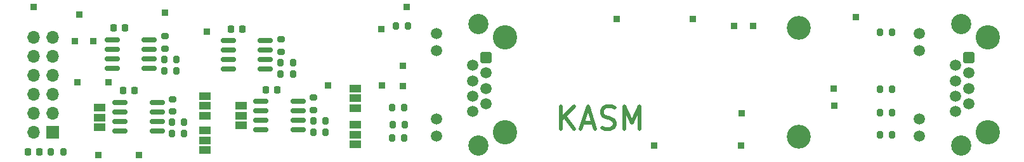
<source format=gbr>
%TF.GenerationSoftware,KiCad,Pcbnew,8.0.1*%
%TF.CreationDate,2024-07-22T07:52:40-07:00*%
%TF.ProjectId,PMOD_differential_driver,504d4f44-5f64-4696-9666-6572656e7469,1*%
%TF.SameCoordinates,Original*%
%TF.FileFunction,Soldermask,Top*%
%TF.FilePolarity,Negative*%
%FSLAX46Y46*%
G04 Gerber Fmt 4.6, Leading zero omitted, Abs format (unit mm)*
G04 Created by KiCad (PCBNEW 8.0.1) date 2024-07-22 07:52:40*
%MOMM*%
%LPD*%
G01*
G04 APERTURE LIST*
G04 Aperture macros list*
%AMRoundRect*
0 Rectangle with rounded corners*
0 $1 Rounding radius*
0 $2 $3 $4 $5 $6 $7 $8 $9 X,Y pos of 4 corners*
0 Add a 4 corners polygon primitive as box body*
4,1,4,$2,$3,$4,$5,$6,$7,$8,$9,$2,$3,0*
0 Add four circle primitives for the rounded corners*
1,1,$1+$1,$2,$3*
1,1,$1+$1,$4,$5*
1,1,$1+$1,$6,$7*
1,1,$1+$1,$8,$9*
0 Add four rect primitives between the rounded corners*
20,1,$1+$1,$2,$3,$4,$5,0*
20,1,$1+$1,$4,$5,$6,$7,0*
20,1,$1+$1,$6,$7,$8,$9,0*
20,1,$1+$1,$8,$9,$2,$3,0*%
G04 Aperture macros list end*
%ADD10C,0.500000*%
%ADD11RoundRect,0.200000X0.200000X0.275000X-0.200000X0.275000X-0.200000X-0.275000X0.200000X-0.275000X0*%
%ADD12C,3.200000*%
%ADD13R,0.850000X0.850000*%
%ADD14R,1.500000X1.000000*%
%ADD15RoundRect,0.200000X-0.200000X-0.275000X0.200000X-0.275000X0.200000X0.275000X-0.200000X0.275000X0*%
%ADD16C,3.250000*%
%ADD17RoundRect,0.250000X0.500000X-0.500000X0.500000X0.500000X-0.500000X0.500000X-0.500000X-0.500000X0*%
%ADD18C,1.500000*%
%ADD19C,2.700000*%
%ADD20RoundRect,0.200000X-0.275000X0.200000X-0.275000X-0.200000X0.275000X-0.200000X0.275000X0.200000X0*%
%ADD21RoundRect,0.218750X0.218750X0.256250X-0.218750X0.256250X-0.218750X-0.256250X0.218750X-0.256250X0*%
%ADD22RoundRect,0.150000X-0.825000X-0.150000X0.825000X-0.150000X0.825000X0.150000X-0.825000X0.150000X0*%
%ADD23RoundRect,0.225000X-0.225000X-0.250000X0.225000X-0.250000X0.225000X0.250000X-0.225000X0.250000X0*%
%ADD24R,1.700000X1.700000*%
%ADD25O,1.700000X1.700000*%
G04 APERTURE END LIST*
D10*
X190527232Y-74536857D02*
X190527232Y-71536857D01*
X192241518Y-74536857D02*
X190955804Y-72822571D01*
X192241518Y-71536857D02*
X190527232Y-73251142D01*
X193384375Y-73679714D02*
X194812947Y-73679714D01*
X193098661Y-74536857D02*
X194098661Y-71536857D01*
X194098661Y-71536857D02*
X195098661Y-74536857D01*
X195955804Y-74394000D02*
X196384376Y-74536857D01*
X196384376Y-74536857D02*
X197098661Y-74536857D01*
X197098661Y-74536857D02*
X197384376Y-74394000D01*
X197384376Y-74394000D02*
X197527233Y-74251142D01*
X197527233Y-74251142D02*
X197670090Y-73965428D01*
X197670090Y-73965428D02*
X197670090Y-73679714D01*
X197670090Y-73679714D02*
X197527233Y-73394000D01*
X197527233Y-73394000D02*
X197384376Y-73251142D01*
X197384376Y-73251142D02*
X197098661Y-73108285D01*
X197098661Y-73108285D02*
X196527233Y-72965428D01*
X196527233Y-72965428D02*
X196241518Y-72822571D01*
X196241518Y-72822571D02*
X196098661Y-72679714D01*
X196098661Y-72679714D02*
X195955804Y-72394000D01*
X195955804Y-72394000D02*
X195955804Y-72108285D01*
X195955804Y-72108285D02*
X196098661Y-71822571D01*
X196098661Y-71822571D02*
X196241518Y-71679714D01*
X196241518Y-71679714D02*
X196527233Y-71536857D01*
X196527233Y-71536857D02*
X197241518Y-71536857D01*
X197241518Y-71536857D02*
X197670090Y-71679714D01*
X198955804Y-74536857D02*
X198955804Y-71536857D01*
X198955804Y-71536857D02*
X199955804Y-73679714D01*
X199955804Y-73679714D02*
X200955804Y-71536857D01*
X200955804Y-71536857D02*
X200955804Y-74536857D01*
D11*
%TO.C,R22*%
X169608934Y-75689997D03*
X167958934Y-75689997D03*
%TD*%
D12*
%TO.C,H2*%
X222250000Y-60960000D03*
%TD*%
D13*
%TO.C,TP19*%
X128117600Y-62738000D03*
%TD*%
D14*
%TO.C,JP6*%
X142975400Y-74752200D03*
X142975400Y-76052200D03*
X142975400Y-77352200D03*
%TD*%
D13*
%TO.C,TP13*%
X120142000Y-58166000D03*
%TD*%
D14*
%TO.C,JP3*%
X163088400Y-69134200D03*
X163088400Y-70434200D03*
X163088400Y-71734200D03*
%TD*%
D11*
%TO.C,R7*%
X159087400Y-73449200D03*
X157437400Y-73449200D03*
%TD*%
D13*
%TO.C,TP15*%
X143256000Y-61468000D03*
%TD*%
%TO.C,TP10*%
X226923600Y-69088000D03*
%TD*%
%TO.C,TP26*%
X208076800Y-59791600D03*
%TD*%
D11*
%TO.C,R10*%
X139217200Y-65227200D03*
X137567200Y-65227200D03*
%TD*%
D13*
%TO.C,TP17*%
X126238000Y-59182000D03*
%TD*%
%TO.C,TP25*%
X214553800Y-76784200D03*
%TD*%
D15*
%TO.C,R12*%
X233045000Y-72331599D03*
X234695000Y-72331599D03*
%TD*%
D13*
%TO.C,TP1*%
X166497000Y-61188600D03*
%TD*%
D16*
%TO.C,J2*%
X183009933Y-62229998D03*
X183009933Y-74929998D03*
D17*
X180469933Y-65009998D03*
D18*
X178689933Y-66029998D03*
X180469933Y-67049998D03*
X178689933Y-68069998D03*
X180469933Y-69089998D03*
X178689933Y-70109998D03*
X180469933Y-71129998D03*
X178689933Y-72149998D03*
X173869933Y-61719998D03*
X173869933Y-64009998D03*
X173869933Y-73149998D03*
X173869933Y-75439998D03*
D19*
X179449933Y-60449998D03*
X179449933Y-76709998D03*
%TD*%
D13*
%TO.C,TP4*%
X166598600Y-68732400D03*
%TD*%
D20*
%TO.C,R19*%
X157500400Y-70338200D03*
X157500400Y-71988200D03*
%TD*%
D21*
%TO.C,D1*%
X120908950Y-77622400D03*
X119333950Y-77622400D03*
%TD*%
D22*
%TO.C,U3*%
X130594400Y-62610800D03*
X130594400Y-63880800D03*
X130594400Y-65150800D03*
X130594400Y-66420800D03*
X135544400Y-66420800D03*
X135544400Y-65150800D03*
X135544400Y-63880800D03*
X135544400Y-62610800D03*
%TD*%
D23*
%TO.C,C2*%
X151104000Y-69270400D03*
X152654000Y-69270400D03*
%TD*%
D13*
%TO.C,TP3*%
X169392600Y-68757800D03*
%TD*%
%TO.C,TP18*%
X125653800Y-62738000D03*
%TD*%
%TO.C,TP24*%
X202971400Y-76784200D03*
%TD*%
%TO.C,TP5*%
X197967600Y-59791600D03*
%TD*%
D14*
%TO.C,JP5*%
X142975400Y-70150200D03*
X142975400Y-71450200D03*
X142975400Y-72750200D03*
%TD*%
D23*
%TO.C,C1*%
X146455800Y-61137800D03*
X148005800Y-61137800D03*
%TD*%
D20*
%TO.C,R3*%
X153162000Y-62527200D03*
X153162000Y-64177200D03*
%TD*%
D15*
%TO.C,R13*%
X138581200Y-75163200D03*
X140231200Y-75163200D03*
%TD*%
%TO.C,R9*%
X137567200Y-66751200D03*
X139217200Y-66751200D03*
%TD*%
D22*
%TO.C,U1*%
X146115000Y-62717200D03*
X146115000Y-63987200D03*
X146115000Y-65257200D03*
X146115000Y-66527200D03*
X151065000Y-66527200D03*
X151065000Y-65257200D03*
X151065000Y-63987200D03*
X151065000Y-62717200D03*
%TD*%
D13*
%TO.C,TP12*%
X214655400Y-72415400D03*
%TD*%
%TO.C,TP9*%
X229895400Y-59563000D03*
%TD*%
D24*
%TO.C,J1*%
X122632600Y-74930000D03*
D25*
X122632600Y-72390000D03*
X122632600Y-69850000D03*
X122632600Y-67310000D03*
X122632600Y-64770000D03*
X122632600Y-62230000D03*
X120092600Y-74930000D03*
X120092600Y-72390000D03*
X120092600Y-69850000D03*
X120092600Y-67310000D03*
X120092600Y-64770000D03*
X120092600Y-62230000D03*
%TD*%
D13*
%TO.C,TP2*%
X169443400Y-66065400D03*
%TD*%
%TO.C,TP21*%
X137693400Y-58928000D03*
%TD*%
%TO.C,TP7*%
X216154000Y-60731400D03*
%TD*%
D14*
%TO.C,JP2*%
X128940400Y-71704200D03*
X128940400Y-73004200D03*
X128940400Y-74304200D03*
%TD*%
%TO.C,JP1*%
X147848400Y-71450200D03*
X147848400Y-72750200D03*
X147848400Y-74050200D03*
%TD*%
D11*
%TO.C,R14*%
X140231200Y-73639200D03*
X138581200Y-73639200D03*
%TD*%
D12*
%TO.C,H1*%
X222250000Y-75565000D03*
%TD*%
D15*
%TO.C,R2*%
X168021934Y-73911997D03*
X169671934Y-73911997D03*
%TD*%
D11*
%TO.C,R11*%
X234695000Y-69214999D03*
X233045000Y-69214999D03*
%TD*%
D13*
%TO.C,TP14*%
X128803400Y-78003400D03*
%TD*%
D14*
%TO.C,JP4*%
X163088400Y-73990200D03*
X163088400Y-75290200D03*
X163088400Y-76590200D03*
%TD*%
D20*
%TO.C,R8*%
X137630200Y-62116200D03*
X137630200Y-63766200D03*
%TD*%
D13*
%TO.C,TP6*%
X159435800Y-68707000D03*
%TD*%
D23*
%TO.C,C3*%
X130759200Y-61036200D03*
X132309200Y-61036200D03*
%TD*%
D11*
%TO.C,R4*%
X154749000Y-65638200D03*
X153099000Y-65638200D03*
%TD*%
D23*
%TO.C,C4*%
X132054000Y-69372000D03*
X133604000Y-69372000D03*
%TD*%
D13*
%TO.C,TP23*%
X169951400Y-58191400D03*
%TD*%
D22*
%TO.C,U4*%
X131672400Y-70972200D03*
X131672400Y-72242200D03*
X131672400Y-73512200D03*
X131672400Y-74782200D03*
X136622400Y-74782200D03*
X136622400Y-73512200D03*
X136622400Y-72242200D03*
X136622400Y-70972200D03*
%TD*%
D13*
%TO.C,TP8*%
X213639400Y-60731400D03*
%TD*%
%TO.C,TP16*%
X125933200Y-68275200D03*
%TD*%
D22*
%TO.C,U2*%
X150453400Y-70845200D03*
X150453400Y-72115200D03*
X150453400Y-73385200D03*
X150453400Y-74655200D03*
X155403400Y-74655200D03*
X155403400Y-73385200D03*
X155403400Y-72115200D03*
X155403400Y-70845200D03*
%TD*%
D15*
%TO.C,R21*%
X168440600Y-60756800D03*
X170090600Y-60756800D03*
%TD*%
%TO.C,R6*%
X157437400Y-74973200D03*
X159087400Y-74973200D03*
%TD*%
%TO.C,R24*%
X233045000Y-61595000D03*
X234695000Y-61595000D03*
%TD*%
D11*
%TO.C,R23*%
X234695000Y-75310999D03*
X233045000Y-75310999D03*
%TD*%
D20*
%TO.C,R20*%
X138657400Y-70553600D03*
X138657400Y-72203600D03*
%TD*%
D15*
%TO.C,R5*%
X153099000Y-67162200D03*
X154749000Y-67162200D03*
%TD*%
D16*
%TO.C,J3*%
X247456000Y-62229997D03*
X247456000Y-74929997D03*
D17*
X244916000Y-65009997D03*
D18*
X243136000Y-66029997D03*
X244916000Y-67049997D03*
X243136000Y-68069997D03*
X244916000Y-69089997D03*
X243136000Y-70109998D03*
X244916000Y-71129998D03*
X243136000Y-72149996D03*
X238316000Y-61719997D03*
X238316000Y-64009997D03*
X238316000Y-73149997D03*
X238316000Y-75439997D03*
D19*
X243896000Y-60449997D03*
X243896000Y-76709997D03*
%TD*%
D13*
%TO.C,TP22*%
X134188200Y-77978000D03*
%TD*%
D11*
%TO.C,R15*%
X124073050Y-77622400D03*
X122423050Y-77622400D03*
%TD*%
%TO.C,R1*%
X169608934Y-71625996D03*
X167958934Y-71625996D03*
%TD*%
D13*
%TO.C,TP20*%
X130149600Y-68300600D03*
%TD*%
%TO.C,TP11*%
X226949000Y-71374000D03*
%TD*%
M02*

</source>
